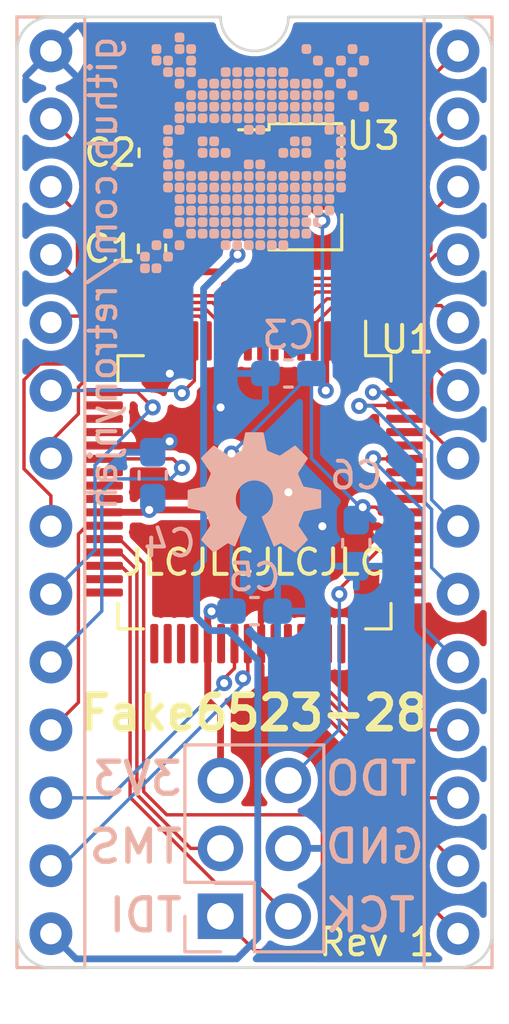
<source format=kicad_pcb>
(kicad_pcb (version 20221018) (generator pcbnew)
  (title_block (title "MOS6523-28 Replacement \"Fake6523\"") (date "2024-09-24") (rev "1"))
  (layers (0 "F.Cu" signal) (31 "B.Cu" signal) (34 "B.Paste" user) (35 "F.Paste" user) (36 "B.SilkS" user "B.Silkscreen") (37 "F.SilkS" user "F.Silkscreen") (38 "B.Mask" user) (39 "F.Mask" user) (44 "Edge.Cuts" user))
  (net 0 "")
  (net 1 "VCC")
  (net 2 "GND")
  (net 3 "+3.3V")
  (net 4 "/TDI")
  (net 5 "/TCK")
  (net 6 "/TMS")
  (net 7 "/TDO")
  (net 8 "/D1")
  (net 9 "/D2")
  (net 10 "/D3")
  (net 11 "/D4")
  (net 12 "/D5")
  (net 13 "/D6")
  (net 14 "/D7")
  (net 15 "/PA0")
  (net 16 "/PA1")
  (net 17 "/PA2")
  (net 18 "/PA3")
  (net 19 "/PA4")
  (net 20 "/PA5")
  (net 21 "/PA6")
  (net 22 "/PA7")
  (net 26 "/PB0")
  (net 30 "/PB1")
  (net 32 "/PB2")
  (net 33 "/PB3")
  (net 34 "/PB4")
  (net 35 "/PB5")
  (net 36 "/PB6")
  (net 37 "/PB7")
  (net 38 "/~{CS}")
  (net 39 "/R{slash}~{W}")
  (net 40 "/~{RST}")
  (net 41 "/RS2")
  (net 42 "/RS1")
  (net 43 "/RS0")
  (net 44 "/PC0")
  (net 45 "/PC1")
  (net 46 "/PC2")
  (net 47 "/PC3")
  (net 48 "/PC4")
  (net 50 "/PC5")
  (net 54 "/PC6")
  (net 58 "/PC7")
  (net 59 "/D0")
  (footprint "Package_QFP:TQFP-64_10x10mm_P0.5mm" (layer "F.Cu") (at 137.795 103.505 -90)
    (fp_text reference "U1" (at -5.715 -5.715) (layer "F.SilkS"))
    (fp_text value "XC9572XL-VQ64")
    (pad "1" smd roundrect (at -5.6625 -3.75 270) (size 1.475 0.3) (layers "F.Cu" "F.Paste" "F.Mask") (net 8 "/D1"))
    (pad "2" smd roundrect (at -5.6625 -3.25 270) (size 1.475 0.3) (layers "F.Cu" "F.Paste" "F.Mask") (net 9 "/D2"))
    (pad "3" smd roundrect (at -5.6625 -2.75 270) (size 1.475 0.3) (layers "F.Cu" "F.Paste" "F.Mask") (net 3 "+3.3V"))
    (pad "4" smd roundrect (at -5.6625 -2.25 270) (size 1.475 0.3) (layers "F.Cu" "F.Paste" "F.Mask") (net 10 "/D3"))
    (pad "5" smd roundrect (at -5.6625 -1.75 270) (size 1.475 0.3) (layers "F.Cu" "F.Paste" "F.Mask") (net 11 "/D4"))
    (pad "6" smd roundrect (at -5.6625 -1.25 270) (size 1.475 0.3) (layers "F.Cu" "F.Paste" "F.Mask") (net 12 "/D5"))
    (pad "7" smd roundrect (at -5.6625 -0.75 270) (size 1.475 0.3) (layers "F.Cu" "F.Paste" "F.Mask") (net 13 "/D6"))
    (pad "8" smd roundrect (at -5.6625 -0.25 270) (size 1.475 0.3) (layers "F.Cu" "F.Paste" "F.Mask") (net 14 "/D7"))
    (pad "9" smd roundrect (at -5.6625 0.25 270) (size 1.475 0.3) (layers "F.Cu" "F.Paste" "F.Mask") (net 15 "/PA0"))
    (pad "10" smd roundrect (at -5.6625 0.75 270) (size 1.475 0.3) (layers "F.Cu" "F.Paste" "F.Mask") (net 16 "/PA1"))
    (pad "11" smd roundrect (at -5.6625 1.25 270) (size 1.475 0.3) (layers "F.Cu" "F.Paste" "F.Mask") (net 17 "/PA2"))
    (pad "12" smd roundrect (at -5.6625 1.75 270) (size 1.475 0.3) (layers "F.Cu" "F.Paste" "F.Mask") (net 18 "/PA3"))
    (pad "13" smd roundrect (at -5.6625 2.25 270) (size 1.475 0.3) (layers "F.Cu" "F.Paste" "F.Mask") (net 19 "/PA4"))
    (pad "14" smd roundrect (at -5.6625 2.75 270) (size 1.475 0.3) (layers "F.Cu" "F.Paste" "F.Mask") (net 2 "GND"))
    (pad "15" smd roundrect (at -5.6625 3.25 270) (size 1.475 0.3) (layers "F.Cu" "F.Paste" "F.Mask") (net 20 "/PA5"))
    (pad "16" smd roundrect (at -5.6625 3.75 270) (size 1.475 0.3) (layers "F.Cu" "F.Paste" "F.Mask") (net 21 "/PA6"))
    (pad "17" smd roundrect (at -3.75 5.6625 270) (size 0.3 1.475) (layers "F.Cu" "F.Paste" "F.Mask") (net 22 "/PA7"))
    (pad "18" smd roundrect (at -3.25 5.6625 270) (size 0.3 1.475) (layers "F.Cu" "F.Paste" "F.Mask"))
    (pad "19" smd roundrect (at -2.75 5.6625 270) (size 0.3 1.475) (layers "F.Cu" "F.Paste" "F.Mask"))
    (pad "20" smd roundrect (at -2.25 5.6625 270) (size 0.3 1.475) (layers "F.Cu" "F.Paste" "F.Mask"))
    (pad "21" smd roundrect (at -1.75 5.6625 270) (size 0.3 1.475) (layers "F.Cu" "F.Paste" "F.Mask") (net 2 "GND"))
    (pad "22" smd roundrect (at -1.25 5.6625 270) (size 0.3 1.475) (layers "F.Cu" "F.Paste" "F.Mask") (net 26 "/PB0"))
    (pad "23" smd roundrect (at -0.75 5.6625 270) (size 0.3 1.475) (layers "F.Cu" "F.Paste" "F.Mask"))
    (pad "24" smd roundrect (at -0.25 5.6625 270) (size 0.3 1.475) (layers "F.Cu" "F.Paste" "F.Mask"))
    (pad "25" smd roundrect (at 0.25 5.6625 270) (size 0.3 1.475) (layers "F.Cu" "F.Paste" "F.Mask"))
    (pad "26" smd roundrect (at 0.75 5.6625 270) (size 0.3 1.475) (layers "F.Cu" "F.Paste" "F.Mask") (net 3 "+3.3V"))
    (pad "27" smd roundrect (at 1.25 5.6625 270) (size 0.3 1.475) (layers "F.Cu" "F.Paste" "F.Mask") (net 30 "/PB1"))
    (pad "28" smd roundrect (at 1.75 5.6625 270) (size 0.3 1.475) (layers "F.Cu" "F.Paste" "F.Mask") (net 4 "/TDI"))
    (pad "29" smd roundrect (at 2.25 5.6625 270) (size 0.3 1.475) (layers "F.Cu" "F.Paste" "F.Mask") (net 6 "/TMS"))
    (pad "30" smd roundrect (at 2.75 5.6625 270) (size 0.3 1.475) (layers "F.Cu" "F.Paste" "F.Mask") (net 5 "/TCK"))
    (pad "31" smd roundrect (at 3.25 5.6625 270) (size 0.3 1.475) (layers "F.Cu" "F.Paste" "F.Mask"))
    (pad "32" smd roundrect (at 3.75 5.6625 270) (size 0.3 1.475) (layers "F.Cu" "F.Paste" "F.Mask") (net 32 "/PB2"))
    (pad "33" smd roundrect (at 5.6625 3.75 270) (size 1.475 0.3) (layers "F.Cu" "F.Paste" "F.Mask") (net 33 "/PB3"))
    (pad "34" smd roundrect (at 5.6625 3.25 270) (size 1.475 0.3) (layers "F.Cu" "F.Paste" "F.Mask") (net 34 "/PB4"))
    (pad "35" smd roundrect (at 5.6625 2.75 270) (size 1.475 0.3) (layers "F.Cu" "F.Paste" "F.Mask") (net 35 "/PB5"))
    (pad "36" smd roundrect (at 5.6625 2.25 270) (size 1.475 0.3) (layers "F.Cu" "F.Paste" "F.Mask") (net 36 "/PB6"))
    (pad "37" smd roundrect (at 5.6625 1.75 270) (size 1.475 0.3) (layers "F.Cu" "F.Paste" "F.Mask") (net 3 "+3.3V"))
    (pad "38" smd roundrect (at 5.6625 1.25 270) (size 1.475 0.3) (layers "F.Cu" "F.Paste" "F.Mask") (net 37 "/PB7"))
    (pad "39" smd roundrect (at 5.6625 0.75 270) (size 1.475 0.3) (layers "F.Cu" "F.Paste" "F.Mask") (net 38 "/~{CS}"))
    (pad "40" smd roundrect (at 5.6625 0.25 270) (size 1.475 0.3) (layers "F.Cu" "F.Paste" "F.Mask") (net 39 "/R{slash}~{W}"))
    (pad "41" smd roundrect (at 5.6625 -0.25 270) (size 1.475 0.3) (layers "F.Cu" "F.Paste" "F.Mask") (net 2 "GND"))
    (pad "42" smd roundrect (at 5.6625 -0.75 270) (size 1.475 0.3) (layers "F.Cu" "F.Paste" "F.Mask") (net 40 "/~{RST}"))
    (pad "43" smd roundrect (at 5.6625 -1.25 270) (size 1.475 0.3) (layers "F.Cu" "F.Paste" "F.Mask") (net 41 "/RS2"))
    (pad "44" smd roundrect (at 5.6625 -1.75 270) (size 1.475 0.3) (layers "F.Cu" "F.Paste" "F.Mask") (net 42 "/RS1"))
    (pad "45" smd roundrect (at 5.6625 -2.25 270) (size 1.475 0.3) (layers "F.Cu" "F.Paste" "F.Mask") (net 43 "/RS0"))
    (pad "46" smd roundrect (at 5.6625 -2.75 270) (size 1.475 0.3) (layers "F.Cu" "F.Paste" "F.Mask") (net 44 "/PC0"))
    (pad "47" smd roundrect (at 5.6625 -3.25 270) (size 1.475 0.3) (layers "F.Cu" "F.Paste" "F.Mask") (net 45 "/PC1"))
    (pad "48" smd roundrect (at 5.6625 -3.75 270) (size 1.475 0.3) (layers "F.Cu" "F.Paste" "F.Mask") (net 46 "/PC2"))
    (pad "49" smd roundrect (at 3.75 -5.6625 270) (size 0.3 1.475) (layers "F.Cu" "F.Paste" "F.Mask") (net 47 "/PC3"))
    (pad "50" smd roundrect (at 3.25 -5.6625 270) (size 0.3 1.475) (layers "F.Cu" "F.Paste" "F.Mask") (net 48 "/PC4"))
    (pad "51" smd roundrect (at 2.75 -5.6625 270) (size 0.3 1.475) (layers "F.Cu" "F.Paste" "F.Mask"))
    (pad "52" smd roundrect (at 2.25 -5.6625 270) (size 0.3 1.475) (layers "F.Cu" "F.Paste" "F.Mask") (net 50 "/PC5"))
    (pad "53" smd roundrect (at 1.75 -5.6625 270) (size 0.3 1.475) (layers "F.Cu" "F.Paste" "F.Mask") (net 7 "/TDO"))
    (pad "54" smd roundrect (at 1.25 -5.6625 270) (size 0.3 1.475) (layers "F.Cu" "F.Paste" "F.Mask") (net 2 "GND"))
    (pad "55" smd roundrect (at 0.75 -5.6625 270) (size 0.3 1.475) (layers "F.Cu" "F.Paste" "F.Mask") (net 3 "+3.3V"))
    (pad "56" smd roundrect (at 0.25 -5.6625 270) (size 0.3 1.475) (layers "F.Cu" "F.Paste" "F.Mask"))
    (pad "57" smd roundrect (at -0.25 -5.6625 270) (size 0.3 1.475) (layers "F.Cu" "F.Paste" "F.Mask"))
    (pad "58" smd roundrect (at -0.75 -5.6625 270) (size 0.3 1.475) (layers "F.Cu" "F.Paste" "F.Mask"))
    (pad "59" smd roundrect (at -1.25 -5.6625 270) (size 0.3 1.475) (layers "F.Cu" "F.Paste" "F.Mask") (net 54 "/PC6"))
    (pad "60" smd roundrect (at -1.75 -5.6625 270) (size 0.3 1.475) (layers "F.Cu" "F.Paste" "F.Mask"))
    (pad "61" smd roundrect (at -2.25 -5.6625 270) (size 0.3 1.475) (layers "F.Cu" "F.Paste" "F.Mask"))
    (pad "62" smd roundrect (at -2.75 -5.6625 270) (size 0.3 1.475) (layers "F.Cu" "F.Paste" "F.Mask"))
    (pad "63" smd roundrect (at -3.25 -5.6625 270) (size 0.3 1.475) (layers "F.Cu" "F.Paste" "F.Mask") (net 58 "/PC7"))
    (pad "64" smd roundrect (at -3.75 -5.6625 270) (size 0.3 1.475) (layers "F.Cu" "F.Paste" "F.Mask") (net 59 "/D0"))
  )
  (footprint "Capacitor_SMD:C_0603_1608Metric_Pad1.08x0.95mm_HandSolder" (layer "F.Cu") (at 133.985 90.805 90)
    (fp_text reference "C2" (at 0 -1.585 180) (layer "F.SilkS"))
    (fp_text value "22uF 6.3V")
    (pad "1" smd roundrect (at -0.8625 0 90) (size 1.075 0.95) (layers "F.Cu" "F.Paste" "F.Mask") (net 3 "+3.3V"))
    (pad "2" smd roundrect (at 0.8625 0 90) (size 1.075 0.95) (layers "F.Cu" "F.Paste" "F.Mask") (net 2 "GND"))
  )
  (footprint "Capacitor_SMD:C_0603_1608Metric_Pad1.08x0.95mm_HandSolder" (layer "F.Cu") (at 133.960988 94.396269 90)
    (fp_text reference "C1" (at 0 -1.585 180) (layer "F.SilkS"))
    (fp_text value "10uF 10V")
    (pad "1" smd roundrect (at -0.8625 0 90) (size 1.075 0.95) (layers "F.Cu" "F.Paste" "F.Mask") (net 1 "VCC"))
    (pad "2" smd roundrect (at 0.8625 0 90) (size 1.075 0.95) (layers "F.Cu" "F.Paste" "F.Mask") (net 2 "GND"))
  )
  (footprint "Per:DIP-28_W15.24mm_BottomHeadersFlat" (layer "F.Cu") (at 130.175 86.995)
    (fp_text reference "U2")
    (fp_text value "MOS6523-28")
    (pad "1" thru_hole circle (at 0 0) (size 1.6 1.6) (drill 0.8) (layers "*.Cu" "*.Mask") (net 2 "GND"))
    (pad "2" thru_hole oval (at 0 2.54) (size 1.6 1.6) (drill 0.8) (layers "*.Cu" "*.Mask") (net 15 "/PA0"))
    (pad "3" thru_hole oval (at 0 5.08) (size 1.6 1.6) (drill 0.8) (layers "*.Cu" "*.Mask") (net 16 "/PA1"))
    (pad "4" thru_hole oval (at 0 7.62) (size 1.6 1.6) (drill 0.8) (layers "*.Cu" "*.Mask") (net 17 "/PA2"))
    (pad "5" thru_hole oval (at 0 10.16) (size 1.6 1.6) (drill 0.8) (layers "*.Cu" "*.Mask") (net 18 "/PA3"))
    (pad "6" thru_hole oval (at 0 12.7) (size 1.6 1.6) (drill 0.8) (layers "*.Cu" "*.Mask") (net 19 "/PA4"))
    (pad "7" thru_hole oval (at 0 15.24) (size 1.6 1.6) (drill 0.8) (layers "*.Cu" "*.Mask") (net 20 "/PA5"))
    (pad "8" thru_hole oval (at 0 17.78) (size 1.6 1.6) (drill 0.8) (layers "*.Cu" "*.Mask") (net 21 "/PA6"))
    (pad "9" thru_hole oval (at 0 20.32) (size 1.6 1.6) (drill 0.8) (layers "*.Cu" "*.Mask") (net 22 "/PA7"))
    (pad "10" thru_hole oval (at 0 22.86) (size 1.6 1.6) (drill 0.8) (layers "*.Cu" "*.Mask") (net 26 "/PB0"))
    (pad "11" thru_hole oval (at 0 25.4) (size 1.6 1.6) (drill 0.8) (layers "*.Cu" "*.Mask") (net 30 "/PB1"))
    (pad "12" thru_hole oval (at 0 27.94) (size 1.6 1.6) (drill 0.8) (layers "*.Cu" "*.Mask") (net 38 "/~{CS}"))
    (pad "13" thru_hole oval (at 0 30.48) (size 1.6 1.6) (drill 0.8) (layers "*.Cu" "*.Mask") (net 39 "/R{slash}~{W}"))
    (pad "14" thru_hole oval (at 0 33.02) (size 1.6 1.6) (drill 0.8) (layers "*.Cu" "*.Mask") (net 1 "VCC"))
    (pad "15" thru_hole oval (at 15.24 33.02) (size 1.6 1.6) (drill 0.8) (layers "*.Cu" "*.Mask") (net 40 "/~{RST}"))
    (pad "16" thru_hole oval (at 15.24 30.48) (size 1.6 1.6) (drill 0.8) (layers "*.Cu" "*.Mask") (net 41 "/RS2"))
    (pad "17" thru_hole oval (at 15.24 27.94) (size 1.6 1.6) (drill 0.8) (layers "*.Cu" "*.Mask") (net 42 "/RS1"))
    (pad "18" thru_hole oval (at 15.24 25.4) (size 1.6 1.6) (drill 0.8) (layers "*.Cu" "*.Mask") (net 43 "/RS0"))
    (pad "19" thru_hole oval (at 15.24 22.86) (size 1.6 1.6) (drill 0.8) (layers "*.Cu" "*.Mask") (net 54 "/PC6"))
    (pad "20" thru_hole oval (at 15.24 20.32) (size 1.6 1.6) (drill 0.8) (layers "*.Cu" "*.Mask") (net 58 "/PC7"))
    (pad "21" thru_hole oval (at 15.24 17.78) (size 1.6 1.6) (drill 0.8) (layers "*.Cu" "*.Mask") (net 59 "/D0"))
    (pad "22" thru_hole oval (at 15.24 15.24) (size 1.6 1.6) (drill 0.8) (layers "*.Cu" "*.Mask") (net 8 "/D1"))
    (pad "23" thru_hole oval (at 15.24 12.7) (size 1.6 1.6) (drill 0.8) (layers "*.Cu" "*.Mask") (net 9 "/D2"))
    (pad "24" thru_hole oval (at 15.24 10.16) (size 1.6 1.6) (drill 0.8) (layers "*.Cu" "*.Mask") (net 10 "/D3"))
    (pad "25" thru_hole oval (at 15.24 7.62) (size 1.6 1.6) (drill 0.8) (layers "*.Cu" "*.Mask") (net 11 "/D4"))
    (pad "26" thru_hole oval (at 15.24 5.08) (size 1.6 1.6) (drill 0.8) (layers "*.Cu" "*.Mask") (net 12 "/D5"))
    (pad "27" thru_hole oval (at 15.24 2.54) (size 1.6 1.6) (drill 0.8) (layers "*.Cu" "*.Mask") (net 13 "/D6"))
    (pad "28" thru_hole oval (at 15.24 0) (size 1.6 1.6) (drill 0.8) (layers "*.Cu" "*.Mask") (net 14 "/D7"))
  )
  (footprint "Package_TO_SOT_SMD:SOT-89-3_Handsoldering" (layer "F.Cu") (at 139.7 92.075)
    (fp_text reference "U3" (at 2.54 -1.905) (layer "F.SilkS"))
    (fp_text value "AZ1117-3.3")
    (pad "1" smd rect (at -2.45 -1.5) (size 2.3 0.9) (layers "F.Cu" "F.Paste" "F.Mask") (net 2 "GND"))
    (pad "2" smd custom (at -2.3625 0) (size 2.475 0.9) (layers "F.Cu" "F.Paste" "F.Mask") (net 3 "+3.3V") (options (clearance outline) (anchor rect)) (primitives (gr_poly (pts (xy 5.3625 0.8665) (xy 1.2375 0.8665) (xy 1.2375 -0.8665) (xy 5.3625 -0.8665)) (width 0) (fill yes))))
    (pad "3" smd rect (at -2.45 1.5) (size 2.3 0.9) (layers "F.Cu" "F.Paste" "F.Mask") (net 1 "VCC"))
  )
  (footprint "LOGO" (layer "B.Cu") (at 137.795 90.805 180)
    (fp_text reference "G***" hide)
    (fp_text value "LOGO" hide)
  )
  (footprint "Capacitor_SMD:C_0603_1608Metric_Pad1.08x0.95mm_HandSolder" (layer "B.Cu") (at 141.605 105.41 -90)
    (fp_text reference "C6" (at -2.54 0 -180) (layer "B.SilkS") (effects (justify mirror)))
    (fp_text value "100n")
    (pad "1" smd roundrect (at -0.8625 0 270) (size 1.075 0.95) (layers "B.Cu" "B.Paste" "B.Mask") (net 3 "+3.3V"))
    (pad "2" smd roundrect (at 0.8625 0 270) (size 1.075 0.95) (layers "B.Cu" "B.Paste" "B.Mask") (net 2 "GND"))
  )
  (footprint "Capacitor_SMD:C_0603_1608Metric_Pad1.08x0.95mm_HandSolder" (layer "B.Cu") (at 137.795 107.95)
    (fp_text reference "C5" (at 0 -1.27) (layer "B.SilkS") (effects (justify mirror)))
    (fp_text value "100n")
    (pad "1" smd roundrect (at -0.8625 0) (size 1.075 0.95) (layers "B.Cu" "B.Paste" "B.Mask") (net 3 "+3.3V"))
    (pad "2" smd roundrect (at 0.8625 0) (size 1.075 0.95) (layers "B.Cu" "B.Paste" "B.Mask") (net 2 "GND"))
  )
  (footprint "Connector_PinHeader_2.54mm:PinHeader_2x03_P2.54mm_Vertical" (layer "B.Cu") (at 136.52 119.365)
    (fp_text reference "J1")
    (fp_text value "JTAG" hide)
    (pad "1" thru_hole rect (at 0 0) (size 1.7 1.7) (drill 1) (layers "*.Cu" "*.Mask") (net 4 "/TDI"))
    (pad "2" thru_hole oval (at 2.54 0) (size 1.7 1.7) (drill 1) (layers "*.Cu" "*.Mask") (net 5 "/TCK"))
    (pad "3" thru_hole oval (at 0 -2.54) (size 1.7 1.7) (drill 1) (layers "*.Cu" "*.Mask") (net 6 "/TMS"))
    (pad "4" thru_hole oval (at 2.54 -2.54) (size 1.7 1.7) (drill 1) (layers "*.Cu" "*.Mask") (net 2 "GND"))
    (pad "5" thru_hole oval (at 0 -5.08) (size 1.7 1.7) (drill 1) (layers "*.Cu" "*.Mask") (net 3 "+3.3V"))
    (pad "6" thru_hole oval (at 2.54 -5.08) (size 1.7 1.7) (drill 1) (layers "*.Cu" "*.Mask") (net 7 "/TDO"))
  )
  (footprint "LOGO" (layer "B.Cu") (at 137.795 103.505 180)
    (fp_text reference "G***" hide)
    (fp_text value "LOGO" hide)
  )
  (footprint "Capacitor_SMD:C_0603_1608Metric_Pad1.08x0.95mm_HandSolder" (layer "B.Cu") (at 133.985 102.87 90)
    (fp_text reference "C4" (at -2.54 0.635) (layer "B.SilkS") (effects (justify mirror)))
    (fp_text value "100n")
    (pad "1" smd roundrect (at -0.8625 0 90) (size 1.075 0.95) (layers "B.Cu" "B.Paste" "B.Mask") (net 3 "+3.3V"))
    (pad "2" smd roundrect (at 0.8625 0 90) (size 1.075 0.95) (layers "B.Cu" "B.Paste" "B.Mask") (net 2 "GND"))
  )
  (footprint "Capacitor_SMD:C_0603_1608Metric_Pad1.08x0.95mm_HandSolder" (layer "B.Cu") (at 139.065 99.06 180)
    (fp_text reference "C3" (at 0 1.43) (layer "B.SilkS") (effects (justify mirror)))
    (fp_text value "100n")
    (pad "1" smd roundrect (at -0.8625 0 180) (size 1.075 0.95) (layers "B.Cu" "B.Paste" "B.Mask") (net 3 "+3.3V"))
    (pad "2" smd roundrect (at 0.8625 0 180) (size 1.075 0.95) (layers "B.Cu" "B.Paste" "B.Mask") (net 2 "GND"))
  )
  (gr_arc (start 128.905 86.995) (mid 129.276974 86.096974) (end 130.175 85.725) (stroke (width 0.1)) (layer "Edge.Cuts"))
  (gr_arc (start 130.175 121.285) (mid 129.276974 120.913026) (end 128.905 120.015) (stroke (width 0.1)) (layer "Edge.Cuts"))
  (gr_line (start 128.905 120.015) (end 128.905 86.995) (stroke (width 0.1)) (layer "Edge.Cuts"))
  (gr_line (start 145.415 121.285) (end 130.175 121.285) (stroke (width 0.1)) (layer "Edge.Cuts"))
  (gr_arc (start 145.415 85.725) (mid 146.313026 86.096974) (end 146.685 86.995) (stroke (width 0.1)) (layer "Edge.Cuts"))
  (gr_arc (start 146.685 120.015) (mid 146.313026 120.913026) (end 145.415 121.285) (stroke (width 0.1)) (layer "Edge.Cuts"))
  (gr_line (start 145.415 85.725) (end 139.065 85.725) (stroke (width 0.1)) (layer "Edge.Cuts"))
  (gr_line (start 130.175 85.725) (end 136.525 85.725) (stroke (width 0.1)) (layer "Edge.Cuts"))
  (gr_line (start 146.685 86.995) (end 146.685 120.015) (stroke (width 0.1)) (layer "Edge.Cuts"))
  (gr_arc (start 139.065 85.725) (mid 137.795 86.995) (end 136.525 85.725) (stroke (width 0.1)) (layer "Edge.Cuts"))
  (gr_text "GND" (at 140.335 117.46) (layer "B.SilkS") (effects (font (size 1.2 1.2) (thickness 0.2)) (justify right bottom mirror)))
  (gr_text "TDI" (at 135.19 120.03) (layer "B.SilkS") (effects (font (size 1.2 1.2) (thickness 0.2)) (justify left bottom mirror)))
  (gr_text "TCK" (at 140.335 120.03) (layer "B.SilkS") (effects (font (size 1.2 1.2) (thickness 0.2)) (justify right bottom mirror)))
  (gr_text "3V3" (at 135.19 114.92) (layer "B.SilkS") (effects (font (size 1.2 1.2) (thickness 0.2)) (justify left bottom mirror)))
  (gr_text "TMS" (at 135.19 117.46) (layer "B.SilkS") (effects (font (size 1.2 1.2) (thickness 0.2)) (justify left bottom mirror)))
  (gr_text "TDO" (at 140.335 114.92) (layer "B.SilkS") (effects (font (size 1.2 1.2) (thickness 0.2)) (justify right bottom mirror)))
  (gr_text "github.com/retronynjah" (at 132.715 86.36 90) (layer "B.SilkS") (effects (font (size 1 1)) (justify left bottom mirror)))
  (gr_text "JLCJLCJLCJLC" (at 137.795 106.68) (layer "F.SilkS") (effects (font (size 0.95 0.95) (thickness 0.15) bold) (justify bottom)))
  (gr_text "Rev 1" (at 140.104821 120.918623) (layer "F.SilkS") (effects (font (size 1 1)) (justify left bottom)))
  (gr_text "Fake6523-28" (at 137.795 112.495) (layer "F.SilkS") (effects (font (size 1.25 1.25) (thickness 0.25) bold) (justify bottom)))
  (segment (start 133.960988 95.258769) (end 136.516231 95.258769) (width 0.254) (layer "F.Cu") (net 1))
  (segment (start 137.16 94.615) (end 137.16 93.665) (width 0.254) (layer "F.Cu") (net 1))
  (segment (start 137.16 93.665) (end 137.25 93.575) (width 0.254) (layer "F.Cu") (net 1))
  (segment (start 136.516231 95.258769) (end 137.16 94.615) (width 0.254) (layer "F.Cu") (net 1))
  (via (at 137.16 94.615) (size 0.6) (drill 0.3) (layers "F.Cu" "B.Cu") (net 1))
  (segment (start 137.917683 120.175317) (end 137.135 120.958) (width 0.254) (layer "B.Cu") (net 1))
  (segment (start 136.811095 108.679) (end 137.917683 109.785588) (width 0.254) (layer "B.Cu") (net 1))
  (segment (start 135.631466 108.188961) (end 136.121505 108.679) (width 0.254) (layer "B.Cu") (net 1))
  (segment (start 131.118 120.958) (end 130.175 120.015) (width 0.254) (layer "B.Cu") (net 1))
  (segment (start 137.135 120.958) (end 131.118 120.958) (width 0.254) (layer "B.Cu") (net 1))
  (segment (start 137.16 94.615) (end 135.89 95.885) (width 0.254) (layer "B.Cu") (net 1))
  (segment (start 135.89 106.045) (end 135.631466 106.303534) (width 0.254) (layer "B.Cu") (net 1))
  (segment (start 135.631466 106.303534) (end 135.631466 108.188961) (width 0.254) (layer "B.Cu") (net 1))
  (segment (start 137.917683 109.785588) (end 137.917683 120.175317) (width 0.254) (layer "B.Cu") (net 1))
  (segment (start 136.121505 108.679) (end 136.811095 108.679) (width 0.254) (layer "B.Cu") (net 1))
  (segment (start 135.89 95.885) (end 135.89 106.045) (width 0.254) (layer "B.Cu") (net 1))
  (segment (start 135.045 97.8425) (end 135.045 98.635) (width 0.254) (layer "F.Cu") (net 2))
  (segment (start 134.62 99.06) (end 134.62672 99.06672) (width 0.254) (layer "F.Cu") (net 2))
  (segment (start 134.465 101.755) (end 134.62 101.6) (width 0.254) (layer "F.Cu") (net 2))
  (segment (start 140.36876 104.80876) (end 143.40374 104.80876) (width 0.254) (layer "F.Cu") (net 2))
  (segment (start 135.045 98.635) (end 134.62 99.06) (width 0.254) (layer "F.Cu") (net 2))
  (segment (start 143.40374 104.80876) (end 143.4575 104.755) (width 0.254) (layer "F.Cu") (net 2))
  (segment (start 132.1325 101.755) (end 134.465 101.755) (width 0.254) (layer "F.Cu") (net 2))
  (segment (start 140.335 104.775) (end 140.36876 104.80876) (width 0.254) (layer "F.Cu") (net 2))
  (via (at 134.62672 99.06672) (size 0.6) (drill 0.3) (layers "F.Cu" "B.Cu") (net 2))
  (via (at 139.065 103.505) (size 0.6) (drill 0.3) (layers "F.Cu" "B.Cu") (net 2))
  (via (at 136.525 100.33) (size 0.6) (drill 0.3) (layers "F.Cu" "B.Cu") (net 2))
  (via (at 140.335 104.775) (size 0.6) (drill 0.3) (layers "F.Cu" "B.Cu") (net 2))
  (via (at 134.62 101.6) (size 0.6) (drill 0.3) (layers "F.Cu" "B.Cu") (net 2))
  (segment (start 134.2125 102.0075) (end 134.62 101.6) (width 0.254) (layer "B.Cu") (net 2))
  (segment (start 133.35 102.0075) (end 134.2125 102.0075) (width 0.254) (layer "B.Cu") (net 2))
  (segment (start 136.045 109.1675) (end 136.045 108.078609) (width 0.254) (layer "F.Cu") (net 3))
  (segment (start 135.865099 104.164901) (end 136.9325 103.0975) (width 0.254) (layer "F.Cu") (net 3))
  (segment (start 142.335224 104.060829) (end 142.529395 104.255) (width 0.127) (layer "F.Cu") (net 3))
  (segment (start 140.462783 98.537691) (end 140.462783 99.69941) (width 0.254) (layer "F.Cu") (net 3))
  (segment (start 139.065 92.075) (end 137.3375 92.075) (width 0.127) (layer "F.Cu") (net 3))
  (segment (start 140.545 98.455474) (end 140.462783 98.537691) (width 0.254) (layer "F.Cu") (net 3))
  (segment (start 134.3925 92.075) (end 137.3375 92.075) (width 0.254) (layer "F.Cu") (net 3))
  (segment (start 133.855136 104.164901) (end 133.765037 104.255) (width 0.254) (layer "F.Cu") (net 3))
  (segment (start 133.855136 104.164901) (end 135.865099 104.164901) (width 0.254) (layer "F.Cu") (net 3))
  (segment (start 136.164123 107.959486) (end 136.185466 107.959486) (width 0.254) (layer "F.Cu") (net 3))
  (segment (start 136.045 108.078609) (end 136.164123 107.959486) (width 0.254) (layer "F.Cu") (net 3))
  (segment (start 140.545 97.8425) (end 140.545 98.455474) (width 0.254) (layer "F.Cu") (net 3))
  (segment (start 140.335 93.345) (end 139.065 92.075) (width 0.127) (layer "F.Cu") (net 3))
  (segment (start 136.045 109.1675) (end 136.045 111.28) (width 0.254) (layer "F.Cu") (net 3))
  (segment (start 141.846386 104.060829) (end 142.335224 104.060829) (width 0.127) (layer "F.Cu") (net 3))
  (segment (start 133.765037 104.255) (end 132.1325 104.255) (width 0.254) (layer "F.Cu") (net 3))
  (segment (start 133.985 91.6675) (end 134.3925 92.075) (width 0.254) (layer "F.Cu") (net 3))
  (segment (start 142.529395 104.255) (end 143.4575 104.255) (width 0.254) (layer "F.Cu") (net 3))
  (segment (start 136.045 111.28) (end 136.525 111.76) (width 0.254) (layer "F.Cu") (net 3))
  (segment (start 136.525 111.76) (end 136.525 114.28) (width 0.254) (layer "F.Cu") (net 3))
  (segment (start 136.9325 103.0975) (end 136.9325 102.055) (width 0.254) (layer "F.Cu") (net 3))
  (segment (start 136.525 114.28) (end 136.52 114.285) (width 0.254) (layer "F.Cu") (net 3))
  (via (at 136.185466 107.959486) (size 0.6) (drill 0.3) (layers "F.Cu" "B.Cu") (net 3))
  (via (at 133.855136 104.164901) (size 0.6) (drill 0.3) (layers "F.Cu" "B.Cu") (net 3))
  (via (at 136.9325 102.055) (size 0.6) (drill 0.3) (layers "F.Cu" "B.Cu") (net 3))
  (via (at 140.335 93.345) (size 0.6) (drill 0.3) (layers "F.Cu" "B.Cu") (net 3))
  (via (at 141.846386 104.060829) (size 0.6) (drill 0.3) (layers "F.Cu" "B.Cu") (net 3))
  (via (at 140.462783 99.69941) (size 0.6) (drill 0.3) (layers "F.Cu" "B.Cu") (net 3))
  (segment (start 139.9275 102.235) (end 139.9275 99.06) (width 0.127) (layer "B.Cu") (net 3))
  (segment (start 136.9325 102.055) (end 139.9275 99.06) (width 0.127) (layer "B.Cu") (net 3))
  (segment (start 142.24 104.543915) (end 142.24 104.5475) (width 0.127) (layer "B.Cu") (net 3))
  (segment (start 141.846386 104.060829) (end 141.846386 104.150301) (width 0.254) (layer "B.Cu") (net 3))
  (segment (start 140.462783 99.69941) (end 140.462783 99.595283) (width 0.254) (layer "B.Cu") (net 3))
  (segment (start 133.985 104.035037) (end 133.985 103.7325) (width 0.254) (layer "B.Cu") (net 3))
  (segment (start 140.335 98.6525) (end 140.335 93.345) (width 0.127) (layer "B.Cu") (net 3))
  (segment (start 140.462783 99.595283) (end 139.9275 99.06) (width 0.254) (layer "B.Cu") (net 3))
  (segment (start 133.855136 104.164901) (end 133.985 104.035037) (width 0.254) (layer "B.Cu") (net 3))
  (segment (start 136.923014 107.959486) (end 136.9325 107.95) (width 0.127) (layer "B.Cu") (net 3))
  (segment (start 139.9275 99.06) (end 140.335 98.6525) (width 0.127) (layer "B.Cu") (net 3))
  (segment (start 142.24 104.5475) (end 139.9275 102.235) (width 0.127) (layer "B.Cu") (net 3))
  (segment (start 141.846386 104.150301) (end 142.24 104.543915) (width 0.254) (layer "B.Cu") (net 3))
  (segment (start 136.185466 107.959486) (end 136.923014 107.959486) (width 0.254) (layer "B.Cu") (net 3))
  (segment (start 136.9325 107.95) (end 136.9325 102.055) (width 0.127) (layer "B.Cu") (net 3))
  (segment (start 132.745474 105.255) (end 133.647208 106.156734) (width 0.127) (layer "F.Cu") (net 4))
  (segment (start 139.805745 115.57) (end 140.335 116.099255) (width 0.127) (layer "F.Cu") (net 4))
  (segment (start 133.647208 106.156734) (end 133.647208 114.705278) (width 0.127) (layer "F.Cu") (net 4))
  (segment (start 132.1325 105.255) (end 132.745474 105.255) (width 0.127) (layer "F.Cu") (net 4))
  (segment (start 140.335 116.099255) (end 140.335 120.105745) (width 0.127) (layer "F.Cu") (net 4))
  (segment (start 139.790745 120.65) (end 137.805 120.65) (width 0.127) (layer "F.Cu") (net 4))
  (segment (start 137.805 120.65) (end 136.52 119.365) (width 0.127) (layer "F.Cu") (net 4))
  (segment (start 133.647208 114.705278) (end 134.51193 115.57) (width 0.127) (layer "F.Cu") (net 4))
  (segment (start 140.335 120.105745) (end 139.790745 120.65) (width 0.127) (layer "F.Cu") (net 4))
  (segment (start 134.51193 115.57) (end 139.805745 115.57) (width 0.127) (layer "F.Cu") (net 4))
  (segment (start 133.139208 114.915698) (end 136.33351 118.11) (width 0.127) (layer "F.Cu") (net 5))
  (segment (start 133.139208 106.60212) (end 133.139208 114.915698) (width 0.127) (layer "F.Cu") (net 5))
  (segment (start 137.805 118.11) (end 139.06 119.365) (width 0.127) (layer "F.Cu") (net 5))
  (segment (start 136.33351 118.11) (end 137.805 118.11) (width 0.127) (layer "F.Cu") (net 5))
  (segment (start 132.1325 106.255) (end 132.792088 106.255) (width 0.127) (layer "F.Cu") (net 5))
  (segment (start 132.792088 106.255) (end 133.139208 106.60212) (width 0.127) (layer "F.Cu") (net 5))
  (segment (start 132.1325 105.755) (end 132.745474 105.755) (width 0.127) (layer "F.Cu") (net 6))
  (segment (start 133.393208 106.402734) (end 133.393208 114.810488) (width 0.127) (layer "F.Cu") (net 6))
  (segment (start 132.745474 105.755) (end 133.393208 106.402734) (width 0.127) (layer "F.Cu") (net 6))
  (segment (start 133.393208 114.810488) (end 135.40772 116.825) (width 0.127) (layer "F.Cu") (net 6))
  (segment (start 135.40772 116.825) (end 136.52 116.825) (width 0.127) (layer "F.Cu") (net 6))
  (segment (start 140.97 107.315) (end 140.97 107.129526) (width 0.127) (layer "F.Cu") (net 7))
  (segment (start 142.844526 105.255) (end 143.4575 105.255) (width 0.127) (layer "F.Cu") (net 7))
  (segment (start 140.97 107.129526) (end 142.844526 105.255) (width 0.127) (layer "F.Cu") (net 7))
  (via (at 140.97 107.315) (size 0.6) (drill 0.3) (layers "F.Cu" "B.Cu") (net 7))
  (segment (start 140.97 112.375) (end 139.06 114.285) (width 0.127) (layer "B.Cu") (net 7))
  (segment (start 140.97 107.315) (end 140.97 112.375) (width 0.127) (layer "B.Cu") (net 7))
  (segment (start 145.415 102.235) (end 144.4245 101.2445) (width 0.127) (layer "F.Cu") (net 8))
  (segment (start 143.20329 97.8425) (end 141.545 97.8425) (width 0.127) (layer "F.Cu") (net 8))
  (segment (start 144.4245 99.06371) (end 143.20329 97.8425) (width 0.127) (layer "F.Cu") (net 8))
  (segment (start 144.4245 101.2445) (end 144.4245 99.06371) (width 0.127) (layer "F.Cu") (net 8))
  (segment (start 141.045 97.8425) (end 141.045 97.229526) (width 0.127) (layer "F.Cu") (net 9))
  (segment (start 142.494 96.774) (end 145.415 99.695) (width 0.127) (layer "F.Cu") (net 9))
  (segment (start 141.500526 96.774) (end 142.494 96.774) (width 0.127) (layer "F.Cu") (net 9))
  (segment (start 141.045 97.229526) (end 141.500526 96.774) (width 0.127) (layer "F.Cu") (net 9))
  (segment (start 140.045 97.229526) (end 140.754526 96.52) (width 0.127) (layer "F.Cu") (net 10))
  (segment (start 144.78 96.52) (end 145.415 97.155) (width 0.127) (layer "F.Cu") (net 10))
  (segment (start 140.045 97.8425) (end 140.045 97.229526) (width 0.127) (layer "F.Cu") (net 10))
  (segment (start 140.754526 96.52) (end 144.78 96.52) (width 0.127) (layer "F.Cu") (net 10))
  (segment (start 140.508526 96.266) (end 142.93663 96.266) (width 0.127) (layer "F.Cu") (net 11))
  (segment (start 139.545 97.229526) (end 140.508526 96.266) (width 0.127) (layer "F.Cu") (net 11))
  (segment (start 139.545 97.8425) (end 139.545 97.229526) (width 0.127) (layer "F.Cu") (net 11))
  (segment (start 142.93663 96.266) (end 144.58763 94.615) (width 0.127) (layer "F.Cu") (net 11))
  (segment (start 144.58763 94.615) (end 145.415 94.615) (width 0.127) (layer "F.Cu") (net 11))
  (segment (start 139.045 97.06301) (end 140.09601 96.012) (width 0.127) (layer "F.Cu") (net 12))
  (segment (start 139.045 97.8425) (end 139.045 97.06301) (width 0.127) (layer "F.Cu") (net 12))
  (segment (start 140.09601 96.012) (end 142.83142 96.012) (width 0.127) (layer "F.Cu") (net 12))
  (segment (start 144.395745 94.447675) (end 144.395745 93.094255) (width 0.127) (layer "F.Cu") (net 12))
  (segment (start 142.83142 96.012) (end 144.395745 94.447675) (width 0.127) (layer "F.Cu") (net 12))
  (segment (start 144.395745 93.094255) (end 145.415 92.075) (width 0.127) (layer "F.Cu") (net 12))
  (segment (start 144.141745 90.808255) (end 145.415 89.535) (width 0.127) (layer "F.Cu") (net 13))
  (segment (start 142.72621 95.758) (end 144.141745 94.342465) (width 0.127) (layer "F.Cu") (net 13))
  (segment (start 138.545 97.8425) (end 138.545 97.2038) (width 0.127) (layer "F.Cu") (net 13))
  (segment (start 139.9908 95.758) (end 142.72621 95.758) (width 0.127) (layer "F.Cu") (net 13))
  (segment (start 138.545 97.2038) (end 139.9908 95.758) (width 0.127) (layer "F.Cu") (net 13))
  (segment (start 144.141745 94.342465) (end 144.141745 90.808255) (width 0.127) (layer "F.Cu") (net 13))
  (segment (start 143.887745 94.237255) (end 142.621 95.504) (width 0.127) (layer "F.Cu") (net 14))
  (segment (start 139.770526 95.504) (end 138.045 97.229526) (width 0.127) (layer "F.Cu") (net 14))
  (segment (start 142.621 95.504) (end 139.770526 95.504) (width 0.127) (layer "F.Cu") (net 14))
  (segment (start 138.045 97.229526) (end 138.045 97.8425) (width 0.127) (layer "F.Cu") (net 14))
  (segment (start 145.415 86.995) (end 143.887745 88.522255) (width 0.127) (layer "F.Cu") (net 14))
  (segment (start 143.887745 88.522255) (end 143.887745 94.237255) (width 0.127) (layer "F.Cu") (net 14))
  (segment (start 136.467974 96.1525) (end 132.43092 96.1525) (width 0.127) (layer "F.Cu") (net 15))
  (segment (start 137.545 97.229526) (end 136.467974 96.1525) (width 0.127) (layer "F.Cu") (net 15))
  (segment (start 131.445 95.16658) (end 131.445 90.805) (width 0.127) (layer "F.Cu") (net 15))
  (segment (start 132.43092 96.1525) (end 131.445 95.16658) (width 0.127) (layer "F.Cu") (net 15))
  (segment (start 131.445 90.805) (end 130.175 89.535) (width 0.127) (layer "F.Cu") (net 15))
  (segment (start 137.545 97.8425) (end 137.545 97.229526) (width 0.127) (layer "F.Cu") (net 15))
  (segment (start 137.045 97.8425) (end 137.045 97.229526) (width 0.127) (layer "F.Cu") (net 16))
  (segment (start 131.167552 93.067552) (end 130.175 92.075) (width 0.127) (layer "F.Cu") (net 16))
  (segment (start 137.045 97.229526) (end 136.221974 96.4065) (width 0.127) (layer "F.Cu") (net 16))
  (segment (start 132.32571 96.4065) (end 131.167552 95.248342) (width 0.127) (layer "F.Cu") (net 16))
  (segment (start 136.221974 96.4065) (end 132.32571 96.4065) (width 0.127) (layer "F.Cu") (net 16))
  (segment (start 131.167552 95.248342) (end 131.167552 93.067552) (width 0.127) (layer "F.Cu") (net 16))
  (segment (start 132.2205 96.6605) (end 130.175 94.615) (width 0.127) (layer "F.Cu") (net 17))
  (segment (start 135.975974 96.6605) (end 132.2205 96.6605) (width 0.127) (layer "F.Cu") (net 17))
  (segment (start 136.545 97.8425) (end 136.545 97.229526) (width 0.127) (layer "F.Cu") (net 17))
  (segment (start 136.545 97.229526) (end 135.975974 96.6605) (width 0.127) (layer "F.Cu") (net 17))
  (segment (start 130.4155 96.9145) (end 130.175 97.155) (width 0.127) (layer "F.Cu") (net 18))
  (segment (start 134.229974 96.9145) (end 130.4155 96.9145) (width 0.127) (layer "F.Cu") (net 18))
  (segment (start 134.295 96.979526) (end 134.229974 96.9145) (width 0.127) (layer "F.Cu") (net 18))
  (segment (start 136.045 97.8425) (end 136.045 97.229526) (width 0.127) (layer "F.Cu") (net 18))
  (segment (start 136.045 97.229526) (end 135.729974 96.9145) (width 0.127) (layer "F.Cu") (net 18))
  (segment (start 135.729974 96.9145) (end 134.360026 96.9145) (width 0.127) (layer "F.Cu") (net 18))
  (segment (start 134.360026 96.9145) (end 134.295 96.979526) (width 0.127) (layer "F.Cu") (net 18))
  (segment (start 135.545 99.329327) (end 135.545 97.8425) (width 0.127) (layer "F.Cu") (net 19))
  (segment (start 135.077966 99.796361) (end 135.545 99.329327) (width 0.127) (layer "F.Cu") (net 19))
  (via (at 135.077966 99.796361) (size 0.6) (drill 0.3) (layers "F.Cu" "B.Cu") (net 19))
  (segment (start 134.976605 99.695) (end 130.175 99.695) (width 0.127) (layer "B.Cu") (net 19))
  (segment (start 135.077966 99.796361) (end 134.976605 99.695) (width 0.127) (layer "B.Cu") (net 19))
  (segment (start 131.2045 99.570026) (end 131.2795 99.495026) (width 0.127) (layer "F.Cu") (net 20))
  (segment (start 130.175 102.235) (end 130.175 101.6) (width 0.127) (layer "F.Cu") (net 20))
  (segment (start 134.041974 98.9585) (end 134.545 98.455474) (width 0.127) (layer "F.Cu") (net 20))
  (segment (start 130.175 101.6) (end 131.2045 100.5705) (width 0.127) (layer "F.Cu") (net 20))
  (segment (start 131.2045 100.5705) (end 131.2045 99.570026) (width 0.127) (layer "F.Cu") (net 20))
  (segment (start 134.545 98.455474) (end 134.545 97.8425) (width 0.127) (layer "F.Cu") (net 20))
  (segment (start 131.2795 99.4895) (end 131.8105 98.9585) (width 0.127) (layer "F.Cu") (net 20))
  (segment (start 131.8105 98.9585) (end 134.041974 98.9585) (width 0.127) (layer "F.Cu") (net 20))
  (segment (start 131.2795 99.495026) (end 131.2795 99.4895) (width 0.127) (layer "F.Cu") (net 20))
  (segment (start 129.764721 98.7045) (end 129.1685 99.300721) (width 0.127) (layer "F.Cu") (net 21))
  (segment (start 133.183 98.7045) (end 129.764721 98.7045) (width 0.127) (layer "F.Cu") (net 21))
  (segment (start 129.1685 99.300721) (end 129.1685 102.629279) (width 0.127) (layer "F.Cu") (net 21))
  (segment (start 129.1685 102.629279) (end 130.175 103.635779) (width 0.127) (layer "F.Cu") (net 21))
  (segment (start 130.175 103.635779) (end 130.175 104.775) (width 0.127) (layer "F.Cu") (net 21))
  (segment (start 134.045 97.8425) (end 133.183 98.7045) (width 0.127) (layer "F.Cu") (net 21))
  (segment (start 133.985 100.33) (end 133.41 99.755) (width 0.127) (layer "F.Cu") (net 22))
  (segment (start 133.41 99.755) (end 132.1325 99.755) (width 0.127) (layer "F.Cu") (net 22))
  (via (at 133.985 100.33) (size 0.6) (drill 0.3) (layers "F.Cu" "B.Cu") (net 22))
  (segment (start 131.826 102.489) (end 131.826 105.664) (width 0.127) (layer "B.Cu") (net 22))
  (segment (start 133.985 100.33) (end 131.826 102.489) (width 0.127) (layer "B.Cu") (net 22))
  (segment (start 131.826 105.664) (end 130.175 107.315) (width 0.127) (layer "B.Cu") (net 22))
  (segment (start 134.743407 102.255) (end 132.1325 102.255) (width 0.127) (layer "F.Cu") (net 26))
  (segment (start 135.077966 102.589559) (end 134.743407 102.255) (width 0.127) (layer "F.Cu") (net 26))
  (via (at 135.077966 102.589559) (size 0.6) (drill 0.3) (layers "F.Cu" "B.Cu") (net 26))
  (segment (start 134.663025 103.0045) (end 132.5805 103.0045) (width 0.127) (layer "B.Cu") (net 26))
  (segment (start 135.077966 102.589559) (end 134.663025 103.0045) (width 0.127) (layer "B.Cu") (net 26))
  (segment (start 132.08 107.95) (end 130.175 109.855) (width 0.127) (layer "B.Cu") (net 26))
  (segment (start 132.08 103.505) (end 132.08 107.95) (width 0.127) (layer "B.Cu") (net 26))
  (segment (start 132.5805 103.0045) (end 132.08 103.505) (width 0.127) (layer "B.Cu") (net 26))
  (segment (start 131.2045 111.3655) (end 131.2045 105.070026) (width 0.127) (layer "F.Cu") (net 30))
  (segment (start 131.2045 105.070026) (end 131.519526 104.755) (width 0.127) (layer "F.Cu") (net 30))
  (segment (start 131.519526 104.755) (end 132.1325 104.755) (width 0.127) (layer "F.Cu") (net 30))
  (segment (start 130.175 112.395) (end 131.2045 111.3655) (width 0.127) (layer "F.Cu") (net 30))
  (segment (start 136.660265 110.643099) (end 136.660265 110.47361) (width 0.127) (layer "F.Cu") (net 38))
  (segment (start 137.045 110.088875) (end 137.045 109.1675) (width 0.127) (layer "F.Cu") (net 38))
  (segment (start 136.660265 110.47361) (end 137.045 110.088875) (width 0.127) (layer "F.Cu") (net 38))
  (via (at 136.660265 110.643099) (size 0.6) (drill 0.3) (layers "F.Cu" "B.Cu") (net 38))
  (segment (start 136.660265 110.643099) (end 136.647691 110.643099) (width 0.127) (layer "B.Cu") (net 38))
  (segment (start 132.35579 114.935) (end 130.175 114.935) (width 0.127) (layer "B.Cu") (net 38))
  (segment (start 136.647691 110.643099) (end 132.35579 114.935) (width 0.127) (layer "B.Cu") (net 38))
  (segment (start 137.545 110.282547) (end 137.545 109.1675) (width 0.127) (layer "F.Cu") (net 39))
  (segment (start 137.364183 110.463364) (end 137.545 110.282547) (width 0.127) (layer "F.Cu") (net 39))
  (via (at 137.364183 110.463364) (size 0.6) (drill 0.3) (layers "F.Cu" "B.Cu") (net 39))
  (segment (start 137.364183 110.710755) (end 130.599938 117.475) (width 0.127) (layer "B.Cu") (net 39))
  (segment (start 137.364183 110.463364) (end 137.364183 110.710755) (width 0.127) (layer "B.Cu") (net 39))
  (segment (start 130.599938 117.475) (end 130.175 117.475) (width 0.127) (layer "B.Cu") (net 39))
  (segment (start 143.256 114.681) (end 143.256 117.856) (width 0.127) (layer "F.Cu") (net 40))
  (segment (start 138.545 109.1675) (end 138.545 109.97) (width 0.127) (layer "F.Cu") (net 40))
  (segment (start 143.256 117.856) (end 145.415 120.015) (width 0.127) (layer "F.Cu") (net 40))
  (segment (start 138.545 109.97) (end 143.256 114.681) (width 0.127) (layer "F.Cu") (net 40))
  (segment (start 143.51 115.57) (end 145.415 117.475) (width 0.127) (layer "F.Cu") (net 41))
  (segment (start 139.045 109.1675) (end 139.045 110.11079) (width 0.127) (layer "F.Cu") (net 41))
  (segment (start 143.51 114.57579) (end 143.51 115.57) (width 0.127) (layer "F.Cu") (net 41))
  (segment (start 139.045 110.11079) (end 143.51 114.57579) (width 0.127) (layer "F.Cu") (net 41))
  (segment (start 143.764 114.554) (end 144.145 114.935) (width 0.127) (layer "F.Cu") (net 42))
  (segment (start 143.764 114.47058) (end 143.764 114.554) (width 0.127) (layer "F.Cu") (net 42))
  (segment (start 144.145 114.935) (end 145.415 114.935) (width 0.127) (layer "F.Cu") (net 42))
  (segment (start 139.545 110.25158) (end 143.764 114.47058) (width 0.127) (layer "F.Cu") (net 42))
  (segment (start 139.545 109.1675) (end 139.545 110.25158) (width 0.127) (layer "F.Cu") (net 42))
  (segment (start 140.045 110.39237) (end 142.04763 112.395) (width 0.127) (layer "F.Cu") (net 43))
  (segment (start 140.045 109.1675) (end 140.045 110.39237) (width 0.127) (layer "F.Cu") (net 43))
  (segment (start 142.04763 112.395) (end 145.415 112.395) (width 0.127) (layer "F.Cu") (net 43))
  (segment (start 143.4575 102.255) (end 142.26 102.255) (width 0.127) (layer "F.Cu") (net 54))
  (segment (start 142.26 102.255) (end 142.24 102.235) (width 0.127) (layer "F.Cu") (net 54))
  (via (at 142.24 102.235) (size 0.6) (drill 0.3) (layers "F.Cu" "B.Cu") (net 54))
  (segment (start 144.10329 104.18171) (end 144.10329 108.54329) (width 0.127) (layer "B.Cu") (net 54))
  (segment (start 142.24 102.235) (end 142.24 102.31842) (width 0.127) (layer "B.Cu") (net 54))
  (segment (start 144.10329 108.54329) (end 145.415 109.855) (width 0.127) (layer "B.Cu") (net 54))
  (segment (start 142.24 102.31842) (end 144.10329 104.18171) (width 0.127) (layer "B.Cu") (net 54))
  (segment (start 141.73629 100.255) (end 141.713722 100.277568) (width 0.127) (layer "F.Cu") (net 58))
  (segment (start 143.4575 100.255) (end 141.73629 100.255) (width 0.127) (layer "F.Cu") (net 58))
  (via (at 141.713722 100.277568) (size 0.6) (drill 0.3) (layers "F.Cu" "B.Cu") (net 58))
  (segment (start 144.4245 106.3245) (end 145.415 107.315) (width 0.127) (layer "B.Cu") (net 58))
  (segment (start 142.187568 100.277568) (end 144.1705 102.2605) (width 0.127) (layer "B.Cu") (net 58))
  (segment (start 144.1705 103.88971) (end 144.4245 104.14371) (width 0.127) (layer "B.Cu") (net 58))
  (segment (start 141.713722 100.277568) (end 142.187568 100.277568) (width 0.127) (layer "B.Cu") (net 58))
  (segment (start 144.4245 104.14371) (end 144.4245 106.3245) (width 0.127) (layer "B.Cu") (net 58))
  (segment (start 144.1705 102.2605) (end 144.1705 103.88971) (width 0.127) (layer "B.Cu") (net 58))
  (segment (start 142.236289 99.755) (end 142.227436 99.763853) (width 0.127) (layer "F.Cu") (net 59))
  (segment (start 143.4575 99.755) (end 142.236289 99.755) (width 0.127) (layer "F.Cu") (net 59))
  (via (at 142.227436 99.763853) (size 0.6) (drill 0.3) (layers "F.Cu" "B.Cu") (net 59))
  (segment (start 144.4245 103.7845) (end 145.415 104.775) (width 0.127) (layer "B.Cu") (net 59))
  (segment (start 142.567537 99.763853) (end 144.4245 101.620816) (width 0.127) (layer "B.Cu") (net 59))
  (segment (start 144.4245 101.620816) (end 144.4245 103.7845) (width 0.127) (layer "B.Cu") (net 59))
  (segment (start 142.227436 99.763853) (end 142.567537 99.763853) (width 0.127) (layer "B.Cu") (net 59))
  (zone (net 2) (net_name "GND") (layers "F&B.Cu") (connect_pads (clearance 0.254)) (min_thickness 0.254) (fill yes (thermal_gap 0.5) (thermal_bridge_width 0.254))
    (polygon (pts (xy 128.27 85.09) (xy 147.32 85.09) (xy 147.32 121.92) (xy 128.27 121.92)))
  )
)
</source>
